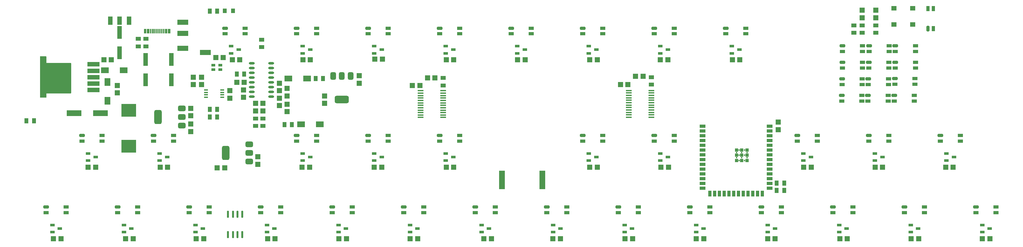
<source format=gbr>
%TF.GenerationSoftware,KiCad,Pcbnew,9.0.2*%
%TF.CreationDate,2025-12-30T22:19:12-05:00*%
%TF.ProjectId,Fracture,46726163-7475-4726-952e-6b696361645f,rev?*%
%TF.SameCoordinates,Original*%
%TF.FileFunction,Paste,Bot*%
%TF.FilePolarity,Positive*%
%FSLAX46Y46*%
G04 Gerber Fmt 4.6, Leading zero omitted, Abs format (unit mm)*
G04 Created by KiCad (PCBNEW 9.0.2) date 2025-12-30 22:19:12*
%MOMM*%
%LPD*%
G01*
G04 APERTURE LIST*
G04 Aperture macros list*
%AMRoundRect*
0 Rectangle with rounded corners*
0 $1 Rounding radius*
0 $2 $3 $4 $5 $6 $7 $8 $9 X,Y pos of 4 corners*
0 Add a 4 corners polygon primitive as box body*
4,1,4,$2,$3,$4,$5,$6,$7,$8,$9,$2,$3,0*
0 Add four circle primitives for the rounded corners*
1,1,$1+$1,$2,$3*
1,1,$1+$1,$4,$5*
1,1,$1+$1,$6,$7*
1,1,$1+$1,$8,$9*
0 Add four rect primitives between the rounded corners*
20,1,$1+$1,$2,$3,$4,$5,0*
20,1,$1+$1,$4,$5,$6,$7,0*
20,1,$1+$1,$6,$7,$8,$9,0*
20,1,$1+$1,$8,$9,$2,$3,0*%
%AMFreePoly0*
4,1,21,4.105355,5.175355,4.120000,5.140000,4.120000,-5.780000,4.105355,-5.815355,4.070000,-5.830000,2.540000,-5.830000,2.504645,-5.815355,2.490000,-5.780000,2.490000,-4.050000,-4.060000,-4.050000,-4.095355,-4.035355,-4.110000,-4.000000,-4.110000,4.000000,-4.095355,4.035355,-4.060000,4.050000,2.490000,4.050000,2.490000,5.140000,2.504645,5.175355,2.540000,5.190000,4.070000,5.190000,
4.105355,5.175355,4.105355,5.175355,$1*%
G04 Aperture macros list end*
%ADD10R,1.250000X0.700000*%
%ADD11R,4.000000X1.600000*%
%ADD12R,1.410000X1.350000*%
%ADD13R,1.380000X1.130000*%
%ADD14R,1.450000X0.820000*%
%ADD15RoundRect,0.205000X0.520000X0.205000X-0.520000X0.205000X-0.520000X-0.205000X0.520000X-0.205000X0*%
%ADD16R,1.500000X5.000000*%
%ADD17R,1.360000X1.230000*%
%ADD18R,1.350000X1.410000*%
%ADD19R,1.200000X2.200000*%
%ADD20R,1.650000X0.400000*%
%ADD21R,2.060000X1.540000*%
%ADD22R,1.130000X1.380000*%
%ADD23R,0.820000X1.450000*%
%ADD24RoundRect,0.205000X-0.205000X0.520000X-0.205000X-0.520000X0.205000X-0.520000X0.205000X0.520000X0*%
%ADD25RoundRect,0.375000X-0.375000X0.625000X-0.375000X-0.625000X0.375000X-0.625000X0.375000X0.625000X0*%
%ADD26RoundRect,0.500000X-1.400000X0.500000X-1.400000X-0.500000X1.400000X-0.500000X1.400000X0.500000X0*%
%ADD27RoundRect,0.375000X0.625000X0.375000X-0.625000X0.375000X-0.625000X-0.375000X0.625000X-0.375000X0*%
%ADD28RoundRect,0.500000X0.500000X1.400000X-0.500000X1.400000X-0.500000X-1.400000X0.500000X-1.400000X0*%
%ADD29FreePoly0,180.000000*%
%ADD30R,3.200000X1.150000*%
%ADD31O,0.570000X1.950000*%
%ADD32R,1.000000X0.800000*%
%ADD33R,4.000000X3.500000*%
%ADD34R,3.000000X1.400000*%
%ADD35R,1.200000X3.500000*%
%ADD36R,1.000000X1.250000*%
%ADD37R,1.100000X0.400000*%
%ADD38R,1.540000X2.060000*%
%ADD39R,0.300000X1.300000*%
%ADD40O,1.600000X0.600000*%
%ADD41R,0.900000X0.900000*%
%ADD42R,1.500000X0.900000*%
%ADD43R,0.900000X1.500000*%
%ADD44C,0.400000*%
G04 APERTURE END LIST*
D10*
%TO.C,S1*%
X73325000Y-38100000D03*
X71325000Y-37150000D03*
X71325000Y-39050000D03*
%TD*%
%TO.C,S13*%
X130475000Y-66675000D03*
X128475000Y-65725000D03*
X128475000Y-67625000D03*
%TD*%
%TO.C,S7*%
X187625000Y-38100000D03*
X185625000Y-37150000D03*
X185625000Y-39050000D03*
%TD*%
%TO.C,S25*%
X140000000Y-85725000D03*
X138000000Y-84775000D03*
X138000000Y-86675000D03*
%TD*%
%TO.C,S31*%
X254300000Y-85725000D03*
X252300000Y-84775000D03*
X252300000Y-86675000D03*
%TD*%
%TO.C,S10*%
X54275000Y-66675000D03*
X52275000Y-65725000D03*
X52275000Y-67625000D03*
%TD*%
%TO.C,S21*%
X63800000Y-85725000D03*
X61800000Y-84775000D03*
X61800000Y-86675000D03*
%TD*%
%TO.C,S32*%
X273350000Y-85725000D03*
X271350000Y-84775000D03*
X271350000Y-86675000D03*
%TD*%
%TO.C,S26*%
X159050000Y-85725000D03*
X157050000Y-84775000D03*
X157050000Y-86675000D03*
%TD*%
%TO.C,S15*%
X187625000Y-66675000D03*
X185625000Y-65725000D03*
X185625000Y-67625000D03*
%TD*%
%TO.C,S5*%
X149525000Y-38100000D03*
X147525000Y-37150000D03*
X147525000Y-39050000D03*
%TD*%
%TO.C,S18*%
X263825000Y-66675000D03*
X261825000Y-65725000D03*
X261825000Y-67625000D03*
%TD*%
%TO.C,S11*%
X92375000Y-66675000D03*
X90375000Y-65725000D03*
X90375000Y-67625000D03*
%TD*%
%TO.C,S14*%
X168575000Y-66675000D03*
X166575000Y-65725000D03*
X166575000Y-67625000D03*
%TD*%
%TO.C,S29*%
X216200000Y-85725000D03*
X214200000Y-84775000D03*
X214200000Y-86675000D03*
%TD*%
%TO.C,S27*%
X178100000Y-85725000D03*
X176100000Y-84775000D03*
X176100000Y-86675000D03*
%TD*%
%TO.C,S8*%
X206675000Y-38100000D03*
X204675000Y-37150000D03*
X204675000Y-39050000D03*
%TD*%
%TO.C,S30*%
X235250000Y-85725000D03*
X233250000Y-84775000D03*
X233250000Y-86675000D03*
%TD*%
%TO.C,S3*%
X111425000Y-38100000D03*
X109425000Y-37150000D03*
X109425000Y-39050000D03*
%TD*%
%TO.C,S17*%
X244775000Y-66675000D03*
X242775000Y-65725000D03*
X242775000Y-67625000D03*
%TD*%
%TO.C,S9*%
X35225000Y-66675000D03*
X33225000Y-65725000D03*
X33225000Y-67625000D03*
%TD*%
%TO.C,S20*%
X44750000Y-85725000D03*
X42750000Y-84775000D03*
X42750000Y-86675000D03*
%TD*%
%TO.C,S16*%
X225725000Y-66675000D03*
X223725000Y-65725000D03*
X223725000Y-67625000D03*
%TD*%
%TO.C,S6*%
X168575000Y-38100000D03*
X166575000Y-37150000D03*
X166575000Y-39050000D03*
%TD*%
%TO.C,S19*%
X25700000Y-85725000D03*
X23700000Y-84775000D03*
X23700000Y-86675000D03*
%TD*%
%TO.C,S4*%
X130475000Y-38100000D03*
X128475000Y-37150000D03*
X128475000Y-39050000D03*
%TD*%
%TO.C,S24*%
X120950000Y-85725000D03*
X118950000Y-84775000D03*
X118950000Y-86675000D03*
%TD*%
%TO.C,S23*%
X101900000Y-85725000D03*
X99900000Y-84775000D03*
X99900000Y-86675000D03*
%TD*%
%TO.C,S22*%
X82850000Y-85725000D03*
X80850000Y-84775000D03*
X80850000Y-86675000D03*
%TD*%
%TO.C,S12*%
X111425000Y-66675000D03*
X109425000Y-65725000D03*
X109425000Y-67625000D03*
%TD*%
%TO.C,S28*%
X197150000Y-85725000D03*
X195150000Y-84775000D03*
X195150000Y-86675000D03*
%TD*%
%TO.C,S2*%
X92375000Y-38100000D03*
X90375000Y-37150000D03*
X90375000Y-39050000D03*
%TD*%
D11*
%TO.C,C13*%
X29500000Y-55000000D03*
X36500000Y-55000000D03*
%TD*%
D12*
%TO.C,C22*%
X185600000Y-40800000D03*
X187600000Y-40800000D03*
%TD*%
D13*
%TO.C,R4*%
X46600000Y-37200000D03*
X46600000Y-35200000D03*
%TD*%
%TO.C,R13*%
X77800000Y-58400000D03*
X77800000Y-56400000D03*
%TD*%
D14*
%TO.C,LED11*%
X94050000Y-62425000D03*
X88700000Y-62425000D03*
D15*
X88700000Y-60925000D03*
D14*
X94050000Y-60925000D03*
%TD*%
%TO.C,LED23*%
X103575000Y-81475000D03*
X98225000Y-81475000D03*
D15*
X98225000Y-79975000D03*
D14*
X103575000Y-79975000D03*
%TD*%
D13*
%TO.C,R9*%
X239400000Y-31600000D03*
X239400000Y-33600000D03*
%TD*%
D14*
%TO.C,LED7*%
X189300000Y-33850000D03*
X183950000Y-33850000D03*
D15*
X183950000Y-32350000D03*
D14*
X189300000Y-32350000D03*
%TD*%
D12*
%TO.C,C45*%
X233400000Y-88400000D03*
X235400000Y-88400000D03*
%TD*%
%TO.C,C30*%
X185800000Y-69400000D03*
X187800000Y-69400000D03*
%TD*%
%TO.C,C29*%
X166800000Y-69400000D03*
X168800000Y-69400000D03*
%TD*%
D14*
%TO.C,LED33*%
X239475000Y-38550000D03*
X234125000Y-38550000D03*
D15*
X234125000Y-37050000D03*
D14*
X239475000Y-37050000D03*
%TD*%
D12*
%TO.C,C17*%
X90400000Y-40800000D03*
X92400000Y-40800000D03*
%TD*%
D16*
%TO.C,BUZZER1*%
X154200000Y-72800000D03*
X143400000Y-72800000D03*
%TD*%
D14*
%TO.C,LED14*%
X170250000Y-62425000D03*
X164900000Y-62425000D03*
D15*
X164900000Y-60925000D03*
D14*
X170250000Y-60925000D03*
%TD*%
D12*
%TO.C,C33*%
X261600000Y-69400000D03*
X263600000Y-69400000D03*
%TD*%
D17*
%TO.C,SW2*%
X252800000Y-27040000D03*
X252800000Y-31400000D03*
%TD*%
D12*
%TO.C,C39*%
X119000000Y-88400000D03*
X121000000Y-88400000D03*
%TD*%
D14*
%TO.C,LED15*%
X189300000Y-62425000D03*
X183950000Y-62425000D03*
D15*
X183950000Y-60925000D03*
D14*
X189300000Y-60925000D03*
%TD*%
D12*
%TO.C,C27*%
X109400000Y-69400000D03*
X111400000Y-69400000D03*
%TD*%
D18*
%TO.C,C2*%
X96200000Y-50400000D03*
X96200000Y-52400000D03*
%TD*%
%TO.C,C10*%
X60550000Y-53700000D03*
X60550000Y-55700000D03*
%TD*%
D12*
%TO.C,C32*%
X242800000Y-69400000D03*
X244800000Y-69400000D03*
%TD*%
%TO.C,C35*%
X43200000Y-88400000D03*
X45200000Y-88400000D03*
%TD*%
D14*
%TO.C,LED8*%
X208350000Y-33850000D03*
X203000000Y-33850000D03*
D15*
X203000000Y-32350000D03*
D14*
X208350000Y-32350000D03*
%TD*%
D18*
%TO.C,C61*%
X71000000Y-51000000D03*
X71000000Y-49000000D03*
%TD*%
D14*
%TO.C,LED3*%
X113100000Y-33850000D03*
X107750000Y-33850000D03*
D15*
X107750000Y-32350000D03*
D14*
X113100000Y-32350000D03*
%TD*%
%TO.C,LED39*%
X239350000Y-47350000D03*
X234000000Y-47350000D03*
D15*
X234000000Y-45850000D03*
D14*
X239350000Y-45850000D03*
%TD*%
D18*
%TO.C,C12*%
X41000000Y-49600000D03*
X41000000Y-47600000D03*
%TD*%
D12*
%TO.C,C34*%
X24000000Y-88400000D03*
X26000000Y-88400000D03*
%TD*%
D19*
%TO.C,SW1*%
X44100000Y-30387500D03*
X41600000Y-30387500D03*
X39100000Y-30387500D03*
%TD*%
D14*
%TO.C,LED10*%
X55950000Y-62425000D03*
X50600000Y-62425000D03*
D15*
X50600000Y-60925000D03*
D14*
X55950000Y-60925000D03*
%TD*%
%TO.C,LED22*%
X122625000Y-81475000D03*
X117275000Y-81475000D03*
D15*
X117275000Y-79975000D03*
D14*
X122625000Y-79975000D03*
%TD*%
D12*
%TO.C,C47*%
X271400000Y-88400000D03*
X273400000Y-88400000D03*
%TD*%
%TO.C,C25*%
X52400000Y-69400000D03*
X54400000Y-69400000D03*
%TD*%
D14*
%TO.C,LED36*%
X239475000Y-42950000D03*
X234125000Y-42950000D03*
D15*
X234125000Y-41450000D03*
D14*
X239475000Y-41450000D03*
%TD*%
D20*
%TO.C,U2*%
X121760000Y-49000000D03*
X121760000Y-49650000D03*
X121760000Y-50300000D03*
X121760000Y-50950000D03*
X121760000Y-51600000D03*
X121760000Y-52250000D03*
X121760000Y-52890000D03*
X121760000Y-53550000D03*
X121760000Y-54200000D03*
X121760000Y-54850000D03*
X121760000Y-55500000D03*
X121760000Y-56140000D03*
X127800000Y-56140000D03*
X127800000Y-55500000D03*
X127800000Y-54850000D03*
X127800000Y-54200000D03*
X127800000Y-53550000D03*
X127800000Y-52890000D03*
X127800000Y-52250000D03*
X127800000Y-51600000D03*
X127800000Y-50950000D03*
X127800000Y-50300000D03*
X127800000Y-49650000D03*
X127800000Y-49000000D03*
%TD*%
D14*
%TO.C,LED32*%
X275025000Y-81475000D03*
X269675000Y-81475000D03*
D15*
X269675000Y-79975000D03*
D14*
X275025000Y-79975000D03*
%TD*%
%TO.C,LED44*%
X253275000Y-51750000D03*
X247925000Y-51750000D03*
D15*
X247925000Y-50250000D03*
D14*
X253275000Y-50250000D03*
%TD*%
D18*
%TO.C,C49*%
X86200000Y-50400000D03*
X86200000Y-48400000D03*
%TD*%
D21*
%TO.C,D1*%
X91530000Y-45800000D03*
X86530000Y-45800000D03*
%TD*%
D14*
%TO.C,LED42*%
X239275000Y-51750000D03*
X233925000Y-51750000D03*
D15*
X233925000Y-50250000D03*
D14*
X239275000Y-50250000D03*
%TD*%
D22*
%TO.C,R7*%
X218600000Y-75600000D03*
X216600000Y-75600000D03*
%TD*%
D23*
%TO.C,LED45*%
X258350000Y-27125000D03*
X258350000Y-32475000D03*
D24*
X256850000Y-32475000D03*
D23*
X256850000Y-27125000D03*
%TD*%
D18*
%TO.C,C55*%
X61250000Y-47400000D03*
X61250000Y-45400000D03*
%TD*%
D22*
%TO.C,R16*%
X65600000Y-54000000D03*
X67600000Y-54000000D03*
%TD*%
D14*
%TO.C,LED25*%
X65475000Y-81475000D03*
X60125000Y-81475000D03*
D15*
X60125000Y-79975000D03*
D14*
X65475000Y-79975000D03*
%TD*%
D18*
%TO.C,C48*%
X84200000Y-49000000D03*
X84200000Y-47000000D03*
%TD*%
D14*
%TO.C,LED20*%
X160725000Y-81475000D03*
X155375000Y-81475000D03*
D15*
X155375000Y-79975000D03*
D14*
X160725000Y-79975000D03*
%TD*%
D12*
%TO.C,C28*%
X128600000Y-69400000D03*
X130600000Y-69400000D03*
%TD*%
D20*
%TO.C,U3*%
X177180000Y-48950000D03*
X177180000Y-49600000D03*
X177180000Y-50250000D03*
X177180000Y-50900000D03*
X177180000Y-51550000D03*
X177180000Y-52200000D03*
X177180000Y-52840000D03*
X177180000Y-53500000D03*
X177180000Y-54150000D03*
X177180000Y-54800000D03*
X177180000Y-55450000D03*
X177180000Y-56090000D03*
X183220000Y-56090000D03*
X183220000Y-55450000D03*
X183220000Y-54800000D03*
X183220000Y-54150000D03*
X183220000Y-53500000D03*
X183220000Y-52840000D03*
X183220000Y-52200000D03*
X183220000Y-51550000D03*
X183220000Y-50900000D03*
X183220000Y-50250000D03*
X183220000Y-49600000D03*
X183220000Y-48950000D03*
%TD*%
D12*
%TO.C,C26*%
X90200000Y-69400000D03*
X92200000Y-69400000D03*
%TD*%
%TO.C,C19*%
X128600000Y-40800000D03*
X130600000Y-40800000D03*
%TD*%
%TO.C,C15*%
X37400000Y-40800000D03*
X39400000Y-40800000D03*
%TD*%
%TO.C,C24*%
X33200000Y-69400000D03*
X35200000Y-69400000D03*
%TD*%
D14*
%TO.C,LED17*%
X217875000Y-81475000D03*
X212525000Y-81475000D03*
D15*
X212525000Y-79975000D03*
D14*
X217875000Y-79975000D03*
%TD*%
D25*
%TO.C,U1*%
X103100000Y-45050000D03*
D26*
X100800000Y-51350000D03*
D25*
X100800000Y-45050000D03*
X98500000Y-45050000D03*
%TD*%
D12*
%TO.C,C23*%
X204800000Y-40800000D03*
X206800000Y-40800000D03*
%TD*%
%TO.C,C6*%
X177000000Y-47400000D03*
X175000000Y-47400000D03*
%TD*%
D14*
%TO.C,LED24*%
X84525000Y-81475000D03*
X79175000Y-81475000D03*
D15*
X79175000Y-79975000D03*
D14*
X84525000Y-79975000D03*
%TD*%
D12*
%TO.C,C31*%
X223800000Y-69400000D03*
X225800000Y-69400000D03*
%TD*%
D27*
%TO.C,U4*%
X58150000Y-58300000D03*
D28*
X51850000Y-56000000D03*
D27*
X58150000Y-56000000D03*
X58150000Y-53700000D03*
%TD*%
D14*
%TO.C,LED21*%
X141675000Y-81475000D03*
X136325000Y-81475000D03*
D15*
X136325000Y-79975000D03*
D14*
X141675000Y-79975000D03*
%TD*%
D29*
%TO.C,U6*%
X24590000Y-45720000D03*
D30*
X34610000Y-48800000D03*
X34610000Y-47100000D03*
X34610000Y-45400000D03*
X34610000Y-43700000D03*
X34610000Y-42000000D03*
%TD*%
D12*
%TO.C,C43*%
X195200000Y-88400000D03*
X197200000Y-88400000D03*
%TD*%
%TO.C,C37*%
X81000000Y-88400000D03*
X83000000Y-88400000D03*
%TD*%
%TO.C,C16*%
X71600000Y-40800000D03*
X73600000Y-40800000D03*
%TD*%
D22*
%TO.C,R17*%
X65600000Y-56000000D03*
X67600000Y-56000000D03*
%TD*%
D12*
%TO.C,C42*%
X176200000Y-88400000D03*
X178200000Y-88400000D03*
%TD*%
D14*
%TO.C,LED1*%
X75000000Y-33850000D03*
X69650000Y-33850000D03*
D15*
X69650000Y-32350000D03*
D14*
X75000000Y-32350000D03*
%TD*%
%TO.C,LED29*%
X246450000Y-62425000D03*
X241100000Y-62425000D03*
D15*
X241100000Y-60925000D03*
D14*
X246450000Y-60925000D03*
%TD*%
%TO.C,LED12*%
X113100000Y-62425000D03*
X107750000Y-62425000D03*
D15*
X107750000Y-60925000D03*
D14*
X113100000Y-60925000D03*
%TD*%
D12*
%TO.C,C20*%
X147600000Y-40800000D03*
X149600000Y-40800000D03*
%TD*%
D31*
%TO.C,U7*%
X70490000Y-87310000D03*
X71770000Y-87310000D03*
X73030000Y-87310000D03*
X74300000Y-87310000D03*
X74300000Y-81890000D03*
X73030000Y-81890000D03*
X71770000Y-81890000D03*
X70490000Y-81890000D03*
%TD*%
D13*
%TO.C,R1*%
X127800000Y-47600000D03*
X127800000Y-45600000D03*
%TD*%
D14*
%TO.C,LED2*%
X94050000Y-33850000D03*
X88700000Y-33850000D03*
D15*
X88700000Y-32350000D03*
D14*
X94050000Y-32350000D03*
%TD*%
D12*
%TO.C,C52*%
X69200000Y-40200000D03*
X67200000Y-40200000D03*
%TD*%
D14*
%TO.C,LED4*%
X132150000Y-33850000D03*
X126800000Y-33850000D03*
D15*
X126800000Y-32350000D03*
D14*
X132150000Y-32350000D03*
%TD*%
D12*
%TO.C,C3*%
X179000000Y-45200000D03*
X181000000Y-45200000D03*
%TD*%
D14*
%TO.C,LED31*%
X255975000Y-81475000D03*
X250625000Y-81475000D03*
D15*
X250625000Y-79975000D03*
D14*
X255975000Y-79975000D03*
%TD*%
D12*
%TO.C,C21*%
X166800000Y-40800000D03*
X168800000Y-40800000D03*
%TD*%
%TO.C,C44*%
X214200000Y-88400000D03*
X216200000Y-88400000D03*
%TD*%
D13*
%TO.C,R3*%
X48600000Y-35200000D03*
X48600000Y-37200000D03*
%TD*%
D12*
%TO.C,C18*%
X109600000Y-40600000D03*
X111600000Y-40600000D03*
%TD*%
D14*
%TO.C,LED41*%
X253400000Y-47300000D03*
X248050000Y-47300000D03*
D15*
X248050000Y-45800000D03*
D14*
X253400000Y-45800000D03*
%TD*%
%TO.C,LED28*%
X265500000Y-62425000D03*
X260150000Y-62425000D03*
D15*
X260150000Y-60925000D03*
D14*
X265500000Y-60925000D03*
%TD*%
%TO.C,LED26*%
X46425000Y-81475000D03*
X41075000Y-81475000D03*
D15*
X41075000Y-79975000D03*
D14*
X46425000Y-79975000D03*
%TD*%
D12*
%TO.C,C38*%
X100000000Y-88400000D03*
X102000000Y-88400000D03*
%TD*%
D14*
%TO.C,LED18*%
X198825000Y-81475000D03*
X193475000Y-81475000D03*
D15*
X193475000Y-79975000D03*
D14*
X198825000Y-79975000D03*
%TD*%
D32*
%TO.C,U9*%
X66600000Y-43400000D03*
X68400000Y-43400000D03*
X68400000Y-42200000D03*
X66600000Y-42200000D03*
%TD*%
D18*
%TO.C,C53*%
X77800000Y-52400000D03*
X77800000Y-54400000D03*
%TD*%
D12*
%TO.C,C4*%
X123600000Y-45600000D03*
X125600000Y-45600000D03*
%TD*%
D14*
%TO.C,LED37*%
X246475000Y-42950000D03*
X241125000Y-42950000D03*
D15*
X241125000Y-41450000D03*
D14*
X246475000Y-41450000D03*
%TD*%
D18*
%TO.C,C50*%
X84200000Y-53000000D03*
X84200000Y-51000000D03*
%TD*%
D21*
%TO.C,D5*%
X89900000Y-58000000D03*
X94900000Y-58000000D03*
%TD*%
D33*
%TO.C,L2*%
X44000000Y-63800000D03*
X44000000Y-54200000D03*
%TD*%
D27*
%TO.C,U8*%
X76150000Y-67900000D03*
D28*
X69850000Y-65600000D03*
D27*
X76150000Y-65600000D03*
X76150000Y-63300000D03*
%TD*%
D14*
%TO.C,LED13*%
X132150000Y-62425000D03*
X126800000Y-62425000D03*
D15*
X126800000Y-60925000D03*
D14*
X132150000Y-60925000D03*
%TD*%
D18*
%TO.C,C62*%
X74600000Y-50800000D03*
X74600000Y-48800000D03*
%TD*%
D14*
%TO.C,LED34*%
X246550000Y-38562000D03*
X241200000Y-38562000D03*
D15*
X241200000Y-37062000D03*
D14*
X246550000Y-37062000D03*
%TD*%
D12*
%TO.C,C5*%
X121600000Y-47600000D03*
X119600000Y-47600000D03*
%TD*%
D18*
%TO.C,C51*%
X86200000Y-54600000D03*
X86200000Y-52600000D03*
%TD*%
D14*
%TO.C,LED27*%
X27375000Y-81475000D03*
X22025000Y-81475000D03*
D15*
X22025000Y-79975000D03*
D14*
X27375000Y-79975000D03*
%TD*%
%TO.C,LED9*%
X36900000Y-62425000D03*
X31550000Y-62425000D03*
D15*
X31550000Y-60925000D03*
D14*
X36900000Y-60925000D03*
%TD*%
D13*
%TO.C,R10*%
X237200000Y-33600000D03*
X237200000Y-31600000D03*
%TD*%
D17*
%TO.C,SW3*%
X247800000Y-27020000D03*
X247800000Y-31380000D03*
%TD*%
D22*
%TO.C,L1*%
X93830000Y-45800000D03*
X95770000Y-45800000D03*
%TD*%
D18*
%TO.C,C11*%
X239400000Y-29600000D03*
X239400000Y-27600000D03*
%TD*%
D13*
%TO.C,R2*%
X183200000Y-47400000D03*
X183200000Y-45400000D03*
%TD*%
D34*
%TO.C,CN1*%
X58400000Y-37745000D03*
X58400000Y-33745000D03*
X58400000Y-30745000D03*
X64400000Y-38845000D03*
%TD*%
D35*
%TO.C,C7*%
X41600000Y-38870000D03*
X41600000Y-33530000D03*
%TD*%
D12*
%TO.C,C46*%
X252400000Y-88400000D03*
X254400000Y-88400000D03*
%TD*%
D14*
%TO.C,LED40*%
X246350000Y-47350000D03*
X241000000Y-47350000D03*
D15*
X241000000Y-45850000D03*
D14*
X246350000Y-45850000D03*
%TD*%
D35*
%TO.C,C59*%
X55400000Y-40730000D03*
X55400000Y-46070000D03*
%TD*%
D36*
%TO.C,D2*%
X69571904Y-27721000D03*
X71771904Y-27721000D03*
%TD*%
D37*
%TO.C,U10*%
X64650000Y-48825000D03*
X64650000Y-49475000D03*
X64650000Y-50125000D03*
X64650000Y-50775000D03*
X68950000Y-50775000D03*
X68950000Y-50125000D03*
X68950000Y-49475000D03*
X68950000Y-48825000D03*
%TD*%
D18*
%TO.C,C8*%
X243000000Y-29600000D03*
X243000000Y-27600000D03*
%TD*%
D38*
%TO.C,D3*%
X38400000Y-51700000D03*
X38400000Y-46700000D03*
%TD*%
D12*
%TO.C,C58*%
X67600000Y-69600000D03*
X69600000Y-69600000D03*
%TD*%
D22*
%TO.C,R15*%
X72800000Y-44600000D03*
X74800000Y-44600000D03*
%TD*%
D18*
%TO.C,C1*%
X105400000Y-45000000D03*
X105400000Y-47000000D03*
%TD*%
D39*
%TO.C,P1*%
X48550000Y-33122500D03*
X49350000Y-33122500D03*
X49850000Y-33122500D03*
X50850000Y-33122500D03*
X52350000Y-33122500D03*
X53350000Y-33122500D03*
X53850000Y-33122500D03*
X54650000Y-33122500D03*
X54950000Y-33122500D03*
X54150000Y-33122500D03*
X52850000Y-33122500D03*
X51850000Y-33122500D03*
X51350000Y-33122500D03*
X50350000Y-33122500D03*
X49050000Y-33122500D03*
X48250000Y-33122500D03*
%TD*%
D12*
%TO.C,C36*%
X62000000Y-88400000D03*
X64000000Y-88400000D03*
%TD*%
D14*
%TO.C,LED19*%
X179775000Y-81475000D03*
X174425000Y-81475000D03*
D15*
X174425000Y-79975000D03*
D14*
X179775000Y-79975000D03*
%TD*%
D22*
%TO.C,R11*%
X16800000Y-57000000D03*
X18800000Y-57000000D03*
%TD*%
D14*
%TO.C,LED16*%
X236925000Y-81475000D03*
X231575000Y-81475000D03*
D15*
X231575000Y-79975000D03*
D14*
X236925000Y-79975000D03*
%TD*%
D22*
%TO.C,R5*%
X67600000Y-27800000D03*
X65600000Y-27800000D03*
%TD*%
D14*
%TO.C,LED43*%
X246275000Y-51750000D03*
X240925000Y-51750000D03*
D15*
X240925000Y-50250000D03*
D14*
X246275000Y-50250000D03*
%TD*%
D40*
%TO.C,U11*%
X76800000Y-41735000D03*
X76800000Y-43005000D03*
X76800000Y-44275000D03*
X76800000Y-45545000D03*
X76800000Y-46815000D03*
X76800000Y-48085000D03*
X76800000Y-49355000D03*
X76800000Y-50615000D03*
X82000000Y-50615000D03*
X82000000Y-49355000D03*
X82000000Y-48085000D03*
X82000000Y-46815000D03*
X82000000Y-45545000D03*
X82000000Y-44275000D03*
X82000000Y-43005000D03*
X82000000Y-41735000D03*
%TD*%
D22*
%TO.C,R8*%
X216600000Y-73600000D03*
X218600000Y-73600000D03*
%TD*%
D13*
%TO.C,R12*%
X79400000Y-37400000D03*
X79400000Y-35400000D03*
%TD*%
%TO.C,R14*%
X79800000Y-58400000D03*
X79800000Y-56400000D03*
%TD*%
D35*
%TO.C,C60*%
X48500000Y-40730000D03*
X48500000Y-46070000D03*
%TD*%
D14*
%TO.C,LED38*%
X253550000Y-42950000D03*
X248200000Y-42950000D03*
D15*
X248200000Y-41450000D03*
D14*
X253550000Y-41450000D03*
%TD*%
%TO.C,LED30*%
X227400000Y-62425000D03*
X222050000Y-62425000D03*
D15*
X222050000Y-60925000D03*
D14*
X227400000Y-60925000D03*
%TD*%
%TO.C,LED5*%
X151200000Y-33850000D03*
X145850000Y-33850000D03*
D15*
X145850000Y-32350000D03*
D14*
X151200000Y-32350000D03*
%TD*%
D12*
%TO.C,C41*%
X157000000Y-88400000D03*
X159000000Y-88400000D03*
%TD*%
D18*
%TO.C,C54*%
X79800000Y-52400000D03*
X79800000Y-54400000D03*
%TD*%
D21*
%TO.C,D4*%
X37700000Y-43600000D03*
X42700000Y-43600000D03*
%TD*%
D12*
%TO.C,C63*%
X72800000Y-46800000D03*
X74800000Y-46800000D03*
%TD*%
D18*
%TO.C,C9*%
X60550000Y-57881000D03*
X60550000Y-59881000D03*
%TD*%
%TO.C,C14*%
X217000000Y-57400000D03*
X217000000Y-59400000D03*
%TD*%
D14*
%TO.C,LED35*%
X253550000Y-38550000D03*
X248200000Y-38550000D03*
D15*
X248200000Y-37050000D03*
D14*
X253550000Y-37050000D03*
%TD*%
D12*
%TO.C,C40*%
X138600000Y-88400000D03*
X140600000Y-88400000D03*
%TD*%
D13*
%TO.C,R6*%
X243000000Y-31600000D03*
X243000000Y-33600000D03*
%TD*%
D18*
%TO.C,C56*%
X63400000Y-47400000D03*
X63400000Y-45400000D03*
%TD*%
%TO.C,C57*%
X78400000Y-66600000D03*
X78400000Y-68600000D03*
%TD*%
D14*
%TO.C,LED6*%
X170250000Y-33850000D03*
X164900000Y-33850000D03*
D15*
X164900000Y-32350000D03*
D14*
X170250000Y-32350000D03*
%TD*%
D22*
%TO.C,L3*%
X87458096Y-58029000D03*
X85518096Y-58029000D03*
%TD*%
D41*
%TO.C,U5*%
X205900000Y-64792500D03*
X205900000Y-66192500D03*
X205900000Y-67592500D03*
X207300000Y-64792500D03*
X207300000Y-66192500D03*
X207300000Y-67592500D03*
X208700000Y-64792500D03*
X208700000Y-66192500D03*
X208700000Y-67592500D03*
D42*
X196900000Y-58482500D03*
X196900000Y-59752500D03*
X196900000Y-61022500D03*
X196900000Y-62292500D03*
X196900000Y-63562500D03*
X196900000Y-64832500D03*
X196900000Y-66102500D03*
X196900000Y-67372500D03*
X196900000Y-68642500D03*
X196900000Y-69912500D03*
X196900000Y-71182500D03*
X196900000Y-72452500D03*
X196900000Y-73722500D03*
X196900000Y-74992500D03*
D43*
X198810000Y-76382500D03*
X200080000Y-76382500D03*
X201350000Y-76382500D03*
X202620000Y-76382500D03*
X203890000Y-76382500D03*
X205160000Y-76382500D03*
X206430000Y-76382500D03*
X207700000Y-76382500D03*
X208970000Y-76382500D03*
X210240000Y-76382500D03*
X211510000Y-76382500D03*
X212780000Y-76382500D03*
D42*
X214700000Y-74992500D03*
X214700000Y-73722500D03*
X214700000Y-72452500D03*
X214700000Y-71182500D03*
X214700000Y-69912500D03*
X214700000Y-68642500D03*
X214700000Y-67372500D03*
X214700000Y-66102500D03*
X214700000Y-64832500D03*
X214700000Y-63562500D03*
X214700000Y-62292500D03*
X214700000Y-61022500D03*
X214700000Y-59752500D03*
X214700000Y-58482500D03*
D44*
X205900000Y-65492500D03*
X205900000Y-66892500D03*
X206600000Y-64792500D03*
X206600000Y-66192500D03*
X206600000Y-67592500D03*
X207300000Y-65492500D03*
X207300000Y-66892500D03*
X208000000Y-64792500D03*
X208000000Y-66192500D03*
X208000000Y-67592500D03*
X208700000Y-65492500D03*
X208700000Y-66892500D03*
%TD*%
M02*

</source>
